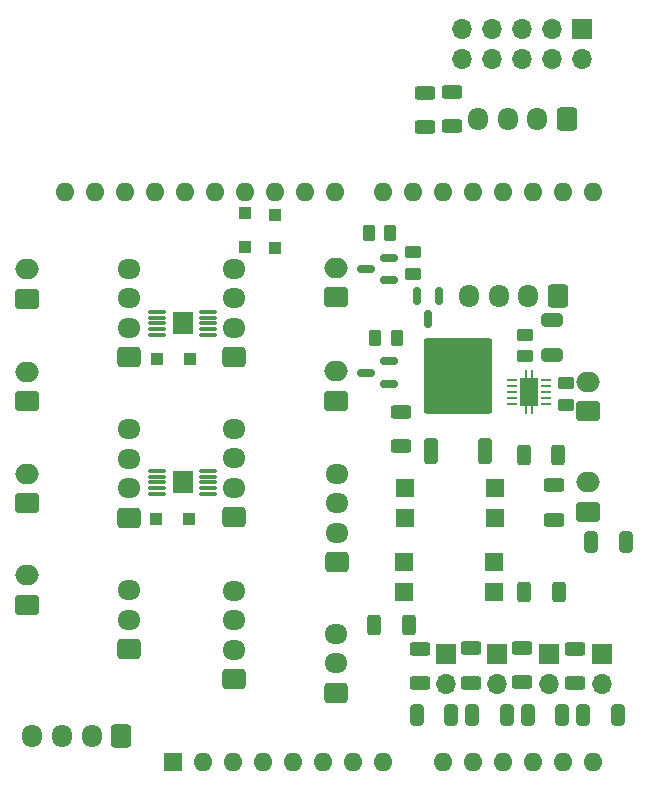
<source format=gbs>
G04 #@! TF.GenerationSoftware,KiCad,Pcbnew,7.0.7*
G04 #@! TF.CreationDate,2024-04-25T01:55:24+02:00*
G04 #@! TF.ProjectId,autopcb,6175746f-7063-4622-9e6b-696361645f70,rev?*
G04 #@! TF.SameCoordinates,Original*
G04 #@! TF.FileFunction,Soldermask,Bot*
G04 #@! TF.FilePolarity,Negative*
%FSLAX46Y46*%
G04 Gerber Fmt 4.6, Leading zero omitted, Abs format (unit mm)*
G04 Created by KiCad (PCBNEW 7.0.7) date 2024-04-25 01:55:24*
%MOMM*%
%LPD*%
G01*
G04 APERTURE LIST*
G04 Aperture macros list*
%AMRoundRect*
0 Rectangle with rounded corners*
0 $1 Rounding radius*
0 $2 $3 $4 $5 $6 $7 $8 $9 X,Y pos of 4 corners*
0 Add a 4 corners polygon primitive as box body*
4,1,4,$2,$3,$4,$5,$6,$7,$8,$9,$2,$3,0*
0 Add four circle primitives for the rounded corners*
1,1,$1+$1,$2,$3*
1,1,$1+$1,$4,$5*
1,1,$1+$1,$6,$7*
1,1,$1+$1,$8,$9*
0 Add four rect primitives between the rounded corners*
20,1,$1+$1,$2,$3,$4,$5,0*
20,1,$1+$1,$4,$5,$6,$7,0*
20,1,$1+$1,$6,$7,$8,$9,0*
20,1,$1+$1,$8,$9,$2,$3,0*%
G04 Aperture macros list end*
%ADD10RoundRect,0.250000X0.750000X-0.600000X0.750000X0.600000X-0.750000X0.600000X-0.750000X-0.600000X0*%
%ADD11O,2.000000X1.700000*%
%ADD12RoundRect,0.250000X0.725000X-0.600000X0.725000X0.600000X-0.725000X0.600000X-0.725000X-0.600000X0*%
%ADD13O,1.950000X1.700000*%
%ADD14R,1.700000X1.700000*%
%ADD15O,1.700000X1.700000*%
%ADD16RoundRect,0.250000X0.600000X0.725000X-0.600000X0.725000X-0.600000X-0.725000X0.600000X-0.725000X0*%
%ADD17O,1.700000X1.950000*%
%ADD18RoundRect,0.250000X-0.625000X0.312500X-0.625000X-0.312500X0.625000X-0.312500X0.625000X0.312500X0*%
%ADD19RoundRect,0.250000X-0.300000X-0.300000X0.300000X-0.300000X0.300000X0.300000X-0.300000X0.300000X0*%
%ADD20RoundRect,0.150000X0.587500X0.150000X-0.587500X0.150000X-0.587500X-0.150000X0.587500X-0.150000X0*%
%ADD21RoundRect,0.250000X-0.325000X-0.650000X0.325000X-0.650000X0.325000X0.650000X-0.325000X0.650000X0*%
%ADD22RoundRect,0.250000X0.312500X0.625000X-0.312500X0.625000X-0.312500X-0.625000X0.312500X-0.625000X0*%
%ADD23RoundRect,0.250000X0.300000X-0.300000X0.300000X0.300000X-0.300000X0.300000X-0.300000X-0.300000X0*%
%ADD24R,1.600000X1.600000*%
%ADD25O,1.600000X1.600000*%
%ADD26RoundRect,0.250000X0.450000X-0.262500X0.450000X0.262500X-0.450000X0.262500X-0.450000X-0.262500X0*%
%ADD27RoundRect,0.250000X0.625000X-0.312500X0.625000X0.312500X-0.625000X0.312500X-0.625000X-0.312500X0*%
%ADD28RoundRect,0.250000X0.325000X0.650000X-0.325000X0.650000X-0.325000X-0.650000X0.325000X-0.650000X0*%
%ADD29RoundRect,0.250000X-0.312500X-0.625000X0.312500X-0.625000X0.312500X0.625000X-0.312500X0.625000X0*%
%ADD30RoundRect,0.250000X0.650000X-0.325000X0.650000X0.325000X-0.650000X0.325000X-0.650000X-0.325000X0*%
%ADD31RoundRect,0.075000X-0.650000X-0.075000X0.650000X-0.075000X0.650000X0.075000X-0.650000X0.075000X0*%
%ADD32R,1.680000X1.880000*%
%ADD33RoundRect,0.250000X-0.450000X0.262500X-0.450000X-0.262500X0.450000X-0.262500X0.450000X0.262500X0*%
%ADD34RoundRect,0.250000X-0.262500X-0.450000X0.262500X-0.450000X0.262500X0.450000X-0.262500X0.450000X0*%
%ADD35RoundRect,0.150000X-0.150000X0.587500X-0.150000X-0.587500X0.150000X-0.587500X0.150000X0.587500X0*%
%ADD36RoundRect,0.250000X0.350000X-0.850000X0.350000X0.850000X-0.350000X0.850000X-0.350000X-0.850000X0*%
%ADD37RoundRect,0.249997X2.650003X-2.950003X2.650003X2.950003X-2.650003X2.950003X-2.650003X-2.950003X0*%
%ADD38RoundRect,0.250000X0.262500X0.450000X-0.262500X0.450000X-0.262500X-0.450000X0.262500X-0.450000X0*%
%ADD39R,0.850000X0.280000*%
%ADD40R,0.280000X0.700000*%
%ADD41R,1.650000X2.400000*%
G04 APERTURE END LIST*
D10*
X170842500Y-112494500D03*
D11*
X170842500Y-109994500D03*
D10*
X149489500Y-94353500D03*
D11*
X149489500Y-91853500D03*
D12*
X140870500Y-126678500D03*
D13*
X140870500Y-124178500D03*
X140870500Y-121678500D03*
X140870500Y-119178500D03*
D12*
X131980500Y-113002500D03*
D13*
X131980500Y-110502500D03*
X131980500Y-108002500D03*
X131980500Y-105502500D03*
D14*
X158777500Y-124544500D03*
D15*
X158777500Y-127084500D03*
D12*
X131980500Y-124138500D03*
D13*
X131980500Y-121638500D03*
X131980500Y-119138500D03*
D10*
X170842500Y-104005500D03*
D11*
X170842500Y-101505500D03*
D12*
X140870500Y-99413500D03*
D13*
X140870500Y-96913500D03*
X140870500Y-94413500D03*
X140870500Y-91913500D03*
D10*
X123344500Y-94460500D03*
D11*
X123344500Y-91960500D03*
D14*
X167462500Y-124544500D03*
D15*
X167462500Y-127084500D03*
D12*
X149538500Y-116776500D03*
D13*
X149538500Y-114276500D03*
X149538500Y-111776500D03*
X149538500Y-109276500D03*
D10*
X123344500Y-103136500D03*
D11*
X123344500Y-100636500D03*
D16*
X168997000Y-79248000D03*
D17*
X166497000Y-79248000D03*
X163997000Y-79248000D03*
X161497000Y-79248000D03*
D14*
X171985500Y-124539500D03*
D15*
X171985500Y-127079500D03*
D16*
X168262500Y-94246500D03*
D17*
X165762500Y-94246500D03*
X163262500Y-94246500D03*
X160762500Y-94246500D03*
D14*
X163095500Y-124544500D03*
D15*
X163095500Y-127084500D03*
D10*
X123344500Y-111772500D03*
D11*
X123344500Y-109272500D03*
D16*
X131269500Y-131457500D03*
D17*
X128769500Y-131457500D03*
X126269500Y-131457500D03*
X123769500Y-131457500D03*
D12*
X131980500Y-99413500D03*
D13*
X131980500Y-96913500D03*
X131980500Y-94413500D03*
X131980500Y-91913500D03*
D12*
X140853500Y-112982500D03*
D13*
X140853500Y-110482500D03*
X140853500Y-107982500D03*
X140853500Y-105482500D03*
D12*
X149506500Y-127821500D03*
D13*
X149506500Y-125321500D03*
X149506500Y-122821500D03*
D10*
X149506500Y-103096500D03*
D11*
X149506500Y-100596500D03*
D10*
X123327500Y-120388500D03*
D11*
X123327500Y-117888500D03*
D18*
X156972000Y-77023500D03*
X156972000Y-79948500D03*
D19*
X134324000Y-99606000D03*
X137124000Y-99606000D03*
D20*
X153921500Y-91010500D03*
X153921500Y-92910500D03*
X152046500Y-91960500D03*
D21*
X170383500Y-129679500D03*
X173333500Y-129679500D03*
D22*
X168302500Y-107708500D03*
X165377500Y-107708500D03*
D23*
X141732000Y-90049000D03*
X141732000Y-87249000D03*
D24*
X135638100Y-133667300D03*
D25*
X138178100Y-133667300D03*
X140718100Y-133667300D03*
X143258100Y-133667300D03*
X145798100Y-133667300D03*
X148338100Y-133667300D03*
X150878100Y-133667300D03*
X153418100Y-133667300D03*
X158498100Y-133667300D03*
X161038100Y-133667300D03*
X163578100Y-133667300D03*
X166118100Y-133667300D03*
X168658100Y-133667300D03*
X171198100Y-133667300D03*
X171198100Y-85407300D03*
X168658100Y-85407300D03*
X166118100Y-85407300D03*
X163578100Y-85407300D03*
X161038100Y-85407300D03*
X158498100Y-85407300D03*
X155958100Y-85407300D03*
X153418100Y-85407300D03*
X149358100Y-85407300D03*
X146818100Y-85407300D03*
X144278100Y-85407300D03*
X141738100Y-85407300D03*
X139198100Y-85407300D03*
X136658100Y-85407300D03*
X134118100Y-85407300D03*
X131578100Y-85407300D03*
X129038100Y-85407300D03*
X126498100Y-85407300D03*
D26*
X168937500Y-103437500D03*
X168937500Y-101612500D03*
D18*
X154967500Y-104021500D03*
X154967500Y-106946500D03*
D21*
X171096500Y-115074500D03*
X174046500Y-115074500D03*
D27*
X159258000Y-79883000D03*
X159258000Y-76958000D03*
D14*
X170307000Y-71628000D03*
D15*
X170307000Y-74168000D03*
X167767000Y-71628000D03*
X167767000Y-74168000D03*
X165227000Y-71628000D03*
X165227000Y-74168000D03*
X162687000Y-71628000D03*
X162687000Y-74168000D03*
X160147000Y-71628000D03*
X160147000Y-74168000D03*
D27*
X165254500Y-126957500D03*
X165254500Y-124032500D03*
X169699500Y-127023000D03*
X169699500Y-124098000D03*
D23*
X144272000Y-90176000D03*
X144272000Y-87376000D03*
D28*
X168634500Y-129679500D03*
X165684500Y-129679500D03*
D29*
X165381500Y-119265500D03*
X168306500Y-119265500D03*
D24*
X162968500Y-110502500D03*
X162968500Y-113042500D03*
X155348500Y-113042500D03*
X155348500Y-110502500D03*
D27*
X156618500Y-127012500D03*
X156618500Y-124087500D03*
D28*
X159236500Y-129679500D03*
X156286500Y-129679500D03*
D19*
X134236000Y-113106000D03*
X137036000Y-113106000D03*
D30*
X167794500Y-99228500D03*
X167794500Y-96278500D03*
D31*
X134336000Y-97558000D03*
X134336000Y-97058000D03*
X134336000Y-96558000D03*
X134336000Y-96058000D03*
X134336000Y-95558000D03*
X138636000Y-95558000D03*
X138636000Y-96058000D03*
X138636000Y-96558000D03*
X138636000Y-97058000D03*
X138636000Y-97558000D03*
D32*
X136486000Y-96558000D03*
D28*
X163935500Y-129679500D03*
X160985500Y-129679500D03*
D27*
X160936500Y-126961500D03*
X160936500Y-124036500D03*
D22*
X155606500Y-122059500D03*
X152681500Y-122059500D03*
D31*
X134336000Y-111020000D03*
X134336000Y-110520000D03*
X134336000Y-110020000D03*
X134336000Y-109520000D03*
X134336000Y-109020000D03*
X138636000Y-109020000D03*
X138636000Y-109520000D03*
X138636000Y-110020000D03*
X138636000Y-110520000D03*
X138636000Y-111020000D03*
D32*
X136486000Y-110020000D03*
D33*
X155983500Y-90516500D03*
X155983500Y-92341500D03*
D27*
X167921500Y-113173500D03*
X167921500Y-110248500D03*
D33*
X165508500Y-97501500D03*
X165508500Y-99326500D03*
D24*
X155221500Y-119265500D03*
X155221500Y-116725500D03*
X162841500Y-116725500D03*
X162841500Y-119265500D03*
D20*
X153921500Y-99773500D03*
X153921500Y-101673500D03*
X152046500Y-100723500D03*
D34*
X152253500Y-88912500D03*
X154078500Y-88912500D03*
D35*
X156303500Y-94276500D03*
X158203500Y-94276500D03*
X157253500Y-96151500D03*
D36*
X162073500Y-107336500D03*
D37*
X159793500Y-101036500D03*
D36*
X157513500Y-107336500D03*
D38*
X154633500Y-97802500D03*
X152808500Y-97802500D03*
D39*
X167286500Y-101358500D03*
X167286500Y-101858500D03*
X167286500Y-102358500D03*
X167286500Y-102858500D03*
X167286500Y-103358500D03*
X164336500Y-103358500D03*
X164336500Y-102858500D03*
X164336500Y-102358500D03*
X164336500Y-101858500D03*
X164336500Y-101358500D03*
D40*
X166061500Y-103908500D03*
X166061500Y-100808500D03*
D41*
X165811500Y-102358500D03*
D40*
X165561500Y-103908500D03*
X165561500Y-100808500D03*
M02*

</source>
